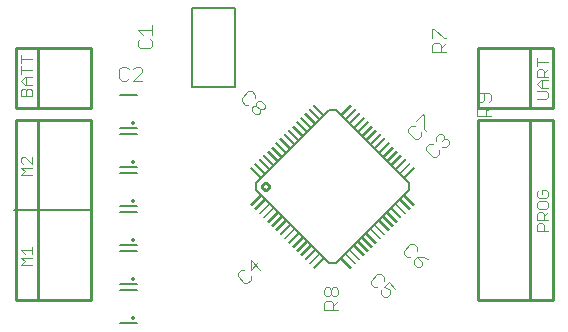
<source format=gto>
G75*
%MOIN*%
%OFA0B0*%
%FSLAX25Y25*%
%IPPOS*%
%LPD*%
%AMOC8*
5,1,8,0,0,1.08239X$1,22.5*
%
%ADD10C,0.00300*%
%ADD11C,0.00600*%
%ADD12C,0.01000*%
%ADD13C,0.00400*%
%ADD14C,0.00800*%
%ADD15C,0.01414*%
%ADD16R,0.04724X0.00787*%
%ADD17R,0.00787X0.04724*%
%ADD18C,0.00500*%
D10*
X0011447Y0023084D02*
X0012681Y0024318D01*
X0011447Y0025552D01*
X0015150Y0025552D01*
X0015150Y0026767D02*
X0015150Y0029236D01*
X0015150Y0028001D02*
X0011447Y0028001D01*
X0012681Y0026767D01*
X0011447Y0023084D02*
X0015150Y0023084D01*
X0015150Y0053084D02*
X0011447Y0053084D01*
X0012681Y0054318D01*
X0011447Y0055552D01*
X0015150Y0055552D01*
X0015150Y0056767D02*
X0012681Y0059236D01*
X0012064Y0059236D01*
X0011447Y0058618D01*
X0011447Y0057384D01*
X0012064Y0056767D01*
X0015150Y0056767D02*
X0015150Y0059236D01*
X0183447Y0047351D02*
X0183447Y0046117D01*
X0184064Y0045499D01*
X0186533Y0045499D01*
X0187150Y0046117D01*
X0187150Y0047351D01*
X0186533Y0047968D01*
X0185298Y0047968D01*
X0185298Y0046734D01*
X0184064Y0047968D02*
X0183447Y0047351D01*
X0184064Y0044285D02*
X0183447Y0043668D01*
X0183447Y0042433D01*
X0184064Y0041816D01*
X0186533Y0041816D01*
X0187150Y0042433D01*
X0187150Y0043668D01*
X0186533Y0044285D01*
X0184064Y0044285D01*
X0184064Y0040602D02*
X0185298Y0040602D01*
X0185916Y0039985D01*
X0185916Y0038133D01*
X0187150Y0038133D02*
X0183447Y0038133D01*
X0183447Y0039985D01*
X0184064Y0040602D01*
X0185916Y0039368D02*
X0187150Y0040602D01*
X0185298Y0036919D02*
X0184064Y0036919D01*
X0183447Y0036302D01*
X0183447Y0034450D01*
X0187150Y0034450D01*
X0185916Y0034450D02*
X0185916Y0036302D01*
X0185298Y0036919D01*
X0186533Y0078450D02*
X0183447Y0078450D01*
X0183447Y0080919D02*
X0186533Y0080919D01*
X0187150Y0080302D01*
X0187150Y0079067D01*
X0186533Y0078450D01*
X0187150Y0082133D02*
X0184681Y0082133D01*
X0183447Y0083368D01*
X0184681Y0084602D01*
X0187150Y0084602D01*
X0187150Y0085816D02*
X0183447Y0085816D01*
X0183447Y0087668D01*
X0184064Y0088285D01*
X0185298Y0088285D01*
X0185916Y0087668D01*
X0185916Y0085816D01*
X0185916Y0087051D02*
X0187150Y0088285D01*
X0187150Y0090734D02*
X0183447Y0090734D01*
X0183447Y0091968D02*
X0183447Y0089499D01*
X0185298Y0084602D02*
X0185298Y0082133D01*
D11*
X0035300Y0041300D02*
X0009300Y0041300D01*
D12*
X0009800Y0011300D02*
X0017300Y0011300D01*
X0017300Y0071300D01*
X0034800Y0071300D01*
X0034800Y0011300D01*
X0017300Y0011300D01*
X0009800Y0011300D02*
X0009800Y0071300D01*
X0017300Y0071300D01*
X0017300Y0075300D02*
X0017300Y0095300D01*
X0034800Y0095300D01*
X0034800Y0075300D01*
X0017300Y0075300D01*
X0009800Y0075300D01*
X0009800Y0095300D01*
X0017300Y0095300D01*
X0091916Y0049300D02*
X0091918Y0049367D01*
X0091924Y0049433D01*
X0091934Y0049499D01*
X0091948Y0049564D01*
X0091965Y0049628D01*
X0091987Y0049691D01*
X0092012Y0049753D01*
X0092041Y0049813D01*
X0092074Y0049871D01*
X0092109Y0049927D01*
X0092149Y0049981D01*
X0092191Y0050032D01*
X0092236Y0050081D01*
X0092284Y0050127D01*
X0092335Y0050170D01*
X0092388Y0050210D01*
X0092444Y0050247D01*
X0092502Y0050280D01*
X0092561Y0050310D01*
X0092622Y0050336D01*
X0092685Y0050359D01*
X0092749Y0050377D01*
X0092814Y0050392D01*
X0092880Y0050403D01*
X0092946Y0050410D01*
X0093012Y0050413D01*
X0093079Y0050412D01*
X0093145Y0050407D01*
X0093211Y0050398D01*
X0093277Y0050385D01*
X0093341Y0050368D01*
X0093404Y0050348D01*
X0093466Y0050323D01*
X0093527Y0050295D01*
X0093586Y0050264D01*
X0093642Y0050229D01*
X0093697Y0050191D01*
X0093749Y0050149D01*
X0093798Y0050104D01*
X0093845Y0050057D01*
X0093889Y0050007D01*
X0093929Y0049954D01*
X0093967Y0049899D01*
X0094001Y0049842D01*
X0094032Y0049783D01*
X0094059Y0049722D01*
X0094082Y0049660D01*
X0094102Y0049596D01*
X0094118Y0049531D01*
X0094130Y0049466D01*
X0094138Y0049400D01*
X0094142Y0049333D01*
X0094142Y0049267D01*
X0094138Y0049200D01*
X0094130Y0049134D01*
X0094118Y0049069D01*
X0094102Y0049004D01*
X0094082Y0048940D01*
X0094059Y0048878D01*
X0094032Y0048817D01*
X0094001Y0048758D01*
X0093967Y0048701D01*
X0093929Y0048646D01*
X0093889Y0048593D01*
X0093845Y0048543D01*
X0093798Y0048496D01*
X0093749Y0048451D01*
X0093697Y0048409D01*
X0093642Y0048371D01*
X0093585Y0048336D01*
X0093527Y0048305D01*
X0093466Y0048277D01*
X0093404Y0048252D01*
X0093341Y0048232D01*
X0093277Y0048215D01*
X0093211Y0048202D01*
X0093145Y0048193D01*
X0093079Y0048188D01*
X0093012Y0048187D01*
X0092946Y0048190D01*
X0092880Y0048197D01*
X0092814Y0048208D01*
X0092749Y0048223D01*
X0092685Y0048241D01*
X0092622Y0048264D01*
X0092561Y0048290D01*
X0092502Y0048320D01*
X0092444Y0048353D01*
X0092388Y0048390D01*
X0092335Y0048430D01*
X0092284Y0048473D01*
X0092236Y0048519D01*
X0092191Y0048568D01*
X0092149Y0048619D01*
X0092109Y0048673D01*
X0092074Y0048729D01*
X0092041Y0048787D01*
X0092012Y0048847D01*
X0091987Y0048909D01*
X0091965Y0048972D01*
X0091948Y0049036D01*
X0091934Y0049101D01*
X0091924Y0049167D01*
X0091918Y0049233D01*
X0091916Y0049300D01*
X0163800Y0071300D02*
X0163800Y0011300D01*
X0181300Y0011300D01*
X0181300Y0071300D01*
X0188800Y0071300D01*
X0188800Y0011300D01*
X0181300Y0011300D01*
X0181300Y0071300D02*
X0163800Y0071300D01*
X0163800Y0075300D02*
X0163800Y0095300D01*
X0181300Y0095300D01*
X0181300Y0075300D01*
X0163800Y0075300D01*
X0181300Y0075300D02*
X0188800Y0075300D01*
X0188800Y0095300D01*
X0181300Y0095300D01*
D13*
X0167333Y0080465D02*
X0164263Y0080465D01*
X0163496Y0079698D01*
X0163496Y0078163D01*
X0164263Y0077396D01*
X0165031Y0077396D01*
X0165798Y0078163D01*
X0165798Y0080465D01*
X0167333Y0080465D02*
X0168100Y0079698D01*
X0168100Y0078163D01*
X0167333Y0077396D01*
X0168100Y0075861D02*
X0166565Y0074327D01*
X0166565Y0075094D02*
X0166565Y0072792D01*
X0168100Y0072792D02*
X0163496Y0072792D01*
X0163496Y0075094D01*
X0164263Y0075861D01*
X0165798Y0075861D01*
X0166565Y0075094D01*
X0152484Y0066179D02*
X0152484Y0065094D01*
X0153570Y0065094D01*
X0154112Y0064551D01*
X0154112Y0063466D01*
X0153027Y0062381D01*
X0151942Y0062381D01*
X0150857Y0061296D02*
X0150857Y0060211D01*
X0149772Y0059125D01*
X0148686Y0059125D01*
X0146516Y0061296D01*
X0146516Y0062381D01*
X0147601Y0063466D01*
X0148686Y0063466D01*
X0149772Y0064551D02*
X0149771Y0065636D01*
X0150857Y0066721D01*
X0151942Y0066721D01*
X0152484Y0066179D01*
X0152484Y0065094D02*
X0151942Y0064551D01*
X0146484Y0067838D02*
X0145942Y0068381D01*
X0145942Y0072721D01*
X0145399Y0073264D01*
X0143229Y0071094D01*
X0142686Y0069466D02*
X0141601Y0069466D01*
X0140516Y0068381D01*
X0140516Y0067296D01*
X0142686Y0065125D01*
X0143772Y0065125D01*
X0144857Y0066211D01*
X0144857Y0067296D01*
X0148496Y0094000D02*
X0148496Y0096302D01*
X0149263Y0097069D01*
X0150798Y0097069D01*
X0151565Y0096302D01*
X0151565Y0094000D01*
X0151565Y0095535D02*
X0153100Y0097069D01*
X0153100Y0098604D02*
X0152333Y0098604D01*
X0149263Y0101673D01*
X0148496Y0101673D01*
X0148496Y0098604D01*
X0148496Y0094000D02*
X0153100Y0094000D01*
X0092675Y0076577D02*
X0092675Y0075491D01*
X0092132Y0074949D01*
X0091047Y0074949D01*
X0089962Y0076034D01*
X0089962Y0077119D01*
X0090505Y0077662D01*
X0091590Y0077662D01*
X0092675Y0076577D01*
X0089962Y0076034D02*
X0088877Y0076034D01*
X0088334Y0075491D01*
X0088334Y0074406D01*
X0089420Y0073321D01*
X0090505Y0073321D01*
X0091047Y0073864D01*
X0091047Y0074949D01*
X0087249Y0076577D02*
X0086164Y0076577D01*
X0085079Y0077662D01*
X0085079Y0078747D01*
X0087249Y0080917D01*
X0088334Y0080917D01*
X0089420Y0079832D01*
X0089420Y0078747D01*
X0055100Y0096059D02*
X0054333Y0095292D01*
X0051263Y0095292D01*
X0050496Y0096059D01*
X0050496Y0097594D01*
X0051263Y0098361D01*
X0052031Y0099896D02*
X0050496Y0101431D01*
X0055100Y0101431D01*
X0055100Y0102965D02*
X0055100Y0099896D01*
X0054333Y0098361D02*
X0055100Y0097594D01*
X0055100Y0096059D01*
X0051198Y0089104D02*
X0049663Y0089104D01*
X0048896Y0088337D01*
X0047361Y0088337D02*
X0046594Y0089104D01*
X0045059Y0089104D01*
X0044292Y0088337D01*
X0044292Y0085267D01*
X0045059Y0084500D01*
X0046594Y0084500D01*
X0047361Y0085267D01*
X0048896Y0084500D02*
X0051965Y0087569D01*
X0051965Y0088337D01*
X0051198Y0089104D01*
X0051965Y0084500D02*
X0048896Y0084500D01*
X0015100Y0085585D02*
X0012698Y0085585D01*
X0011497Y0084384D01*
X0012698Y0083183D01*
X0015100Y0083183D01*
X0014499Y0081902D02*
X0015100Y0081302D01*
X0015100Y0079500D01*
X0011497Y0079500D01*
X0011497Y0081302D01*
X0012097Y0081902D01*
X0012698Y0081902D01*
X0013298Y0081302D01*
X0013298Y0079500D01*
X0013298Y0081302D02*
X0013899Y0081902D01*
X0014499Y0081902D01*
X0013298Y0083183D02*
X0013298Y0085585D01*
X0011497Y0086866D02*
X0011497Y0089268D01*
X0011497Y0088067D02*
X0015100Y0088067D01*
X0011497Y0090549D02*
X0011497Y0092951D01*
X0011497Y0091750D02*
X0015100Y0091750D01*
X0088023Y0024675D02*
X0088023Y0021420D01*
X0090194Y0023590D01*
X0091279Y0021420D02*
X0088023Y0024675D01*
X0085853Y0021420D02*
X0084768Y0021420D01*
X0083683Y0020334D01*
X0083683Y0019249D01*
X0085853Y0017079D01*
X0086938Y0017079D01*
X0088023Y0018164D01*
X0088023Y0019249D01*
X0112496Y0014906D02*
X0112496Y0013371D01*
X0113263Y0012604D01*
X0114031Y0012604D01*
X0114798Y0013371D01*
X0114798Y0014906D01*
X0115565Y0015673D01*
X0116333Y0015673D01*
X0117100Y0014906D01*
X0117100Y0013371D01*
X0116333Y0012604D01*
X0115565Y0012604D01*
X0114798Y0013371D01*
X0114798Y0014906D02*
X0114031Y0015673D01*
X0113263Y0015673D01*
X0112496Y0014906D01*
X0113263Y0011069D02*
X0112496Y0010302D01*
X0112496Y0008000D01*
X0117100Y0008000D01*
X0115565Y0008000D02*
X0115565Y0010302D01*
X0114798Y0011069D01*
X0113263Y0011069D01*
X0115565Y0009535D02*
X0117100Y0011069D01*
X0128125Y0016828D02*
X0129211Y0015743D01*
X0130296Y0015743D01*
X0131381Y0014658D02*
X0131381Y0013573D01*
X0132466Y0012488D01*
X0133551Y0012488D01*
X0134636Y0013573D01*
X0134636Y0014658D01*
X0134094Y0015201D01*
X0132466Y0015743D01*
X0134094Y0017371D01*
X0136264Y0015201D01*
X0132466Y0017914D02*
X0132466Y0018999D01*
X0131381Y0020084D01*
X0130296Y0020084D01*
X0128125Y0017914D01*
X0128125Y0016828D01*
X0142381Y0023573D02*
X0142381Y0024658D01*
X0143466Y0025743D01*
X0145094Y0024116D01*
X0145094Y0023030D01*
X0144551Y0022488D01*
X0143466Y0022488D01*
X0142381Y0023573D01*
X0143466Y0025743D02*
X0145636Y0025743D01*
X0147264Y0025201D01*
X0143466Y0027914D02*
X0143466Y0028999D01*
X0142381Y0030084D01*
X0141296Y0030084D01*
X0139125Y0027914D01*
X0139125Y0026828D01*
X0140211Y0025743D01*
X0141296Y0025743D01*
D14*
X0140912Y0048186D02*
X0116414Y0023688D01*
X0114186Y0023688D01*
X0089688Y0048186D01*
X0089688Y0050414D01*
X0114186Y0074912D01*
X0116414Y0074912D01*
X0140912Y0050414D01*
X0140912Y0048186D01*
X0050253Y0042788D02*
X0044347Y0042788D01*
X0044347Y0040812D02*
X0050253Y0040812D01*
X0050253Y0029788D02*
X0044347Y0029788D01*
X0044347Y0027812D02*
X0050253Y0027812D01*
X0050253Y0016788D02*
X0044347Y0016788D01*
X0044347Y0014812D02*
X0050253Y0014812D01*
X0050253Y0003788D02*
X0044347Y0003788D01*
X0044347Y0053812D02*
X0050253Y0053812D01*
X0050253Y0055788D02*
X0044347Y0055788D01*
X0044347Y0066812D02*
X0050253Y0066812D01*
X0050253Y0068788D02*
X0044347Y0068788D01*
X0044347Y0079812D02*
X0050253Y0079812D01*
D15*
X0048800Y0070300D03*
X0048800Y0057300D03*
X0048800Y0044300D03*
X0048800Y0031300D03*
X0048800Y0018300D03*
X0048800Y0005300D03*
D16*
G36*
X0101519Y0036355D02*
X0098179Y0033015D01*
X0097623Y0033571D01*
X0100963Y0036911D01*
X0101519Y0036355D01*
G37*
G36*
X0102911Y0034963D02*
X0099571Y0031623D01*
X0099015Y0032179D01*
X0102355Y0035519D01*
X0102911Y0034963D01*
G37*
G36*
X0104303Y0033571D02*
X0100963Y0030231D01*
X0100407Y0030787D01*
X0103747Y0034127D01*
X0104303Y0033571D01*
G37*
G36*
X0105695Y0032179D02*
X0102355Y0028839D01*
X0101799Y0029395D01*
X0105139Y0032735D01*
X0105695Y0032179D01*
G37*
G36*
X0107087Y0030787D02*
X0103747Y0027447D01*
X0103191Y0028003D01*
X0106531Y0031343D01*
X0107087Y0030787D01*
G37*
G36*
X0108479Y0029395D02*
X0105139Y0026055D01*
X0104583Y0026611D01*
X0107923Y0029951D01*
X0108479Y0029395D01*
G37*
G36*
X0109871Y0028003D02*
X0106531Y0024663D01*
X0105975Y0025219D01*
X0109315Y0028559D01*
X0109871Y0028003D01*
G37*
G36*
X0111263Y0026611D02*
X0107923Y0023271D01*
X0107367Y0023827D01*
X0110707Y0027167D01*
X0111263Y0026611D01*
G37*
G36*
X0112655Y0025219D02*
X0109315Y0021879D01*
X0108759Y0022435D01*
X0112099Y0025775D01*
X0112655Y0025219D01*
G37*
G36*
X0100127Y0037747D02*
X0096787Y0034407D01*
X0096231Y0034963D01*
X0099571Y0038303D01*
X0100127Y0037747D01*
G37*
G36*
X0098735Y0039139D02*
X0095395Y0035799D01*
X0094839Y0036355D01*
X0098179Y0039695D01*
X0098735Y0039139D01*
G37*
G36*
X0097343Y0040531D02*
X0094003Y0037191D01*
X0093447Y0037747D01*
X0096787Y0041087D01*
X0097343Y0040531D01*
G37*
G36*
X0095951Y0041923D02*
X0092611Y0038583D01*
X0092055Y0039139D01*
X0095395Y0042479D01*
X0095951Y0041923D01*
G37*
G36*
X0094559Y0043315D02*
X0091219Y0039975D01*
X0090663Y0040531D01*
X0094003Y0043871D01*
X0094559Y0043315D01*
G37*
G36*
X0093167Y0044707D02*
X0089827Y0041367D01*
X0089271Y0041923D01*
X0092611Y0045263D01*
X0093167Y0044707D01*
G37*
G36*
X0091775Y0046099D02*
X0088435Y0042759D01*
X0087879Y0043315D01*
X0091219Y0046655D01*
X0091775Y0046099D01*
G37*
G36*
X0130193Y0067813D02*
X0126853Y0064473D01*
X0126297Y0065029D01*
X0129637Y0068369D01*
X0130193Y0067813D01*
G37*
G36*
X0128801Y0069205D02*
X0125461Y0065865D01*
X0124905Y0066421D01*
X0128245Y0069761D01*
X0128801Y0069205D01*
G37*
G36*
X0127409Y0070597D02*
X0124069Y0067257D01*
X0123513Y0067813D01*
X0126853Y0071153D01*
X0127409Y0070597D01*
G37*
G36*
X0126017Y0071989D02*
X0122677Y0068649D01*
X0122121Y0069205D01*
X0125461Y0072545D01*
X0126017Y0071989D01*
G37*
G36*
X0124625Y0073381D02*
X0121285Y0070041D01*
X0120729Y0070597D01*
X0124069Y0073937D01*
X0124625Y0073381D01*
G37*
G36*
X0123233Y0074773D02*
X0119893Y0071433D01*
X0119337Y0071989D01*
X0122677Y0075329D01*
X0123233Y0074773D01*
G37*
G36*
X0121841Y0076165D02*
X0118501Y0072825D01*
X0117945Y0073381D01*
X0121285Y0076721D01*
X0121841Y0076165D01*
G37*
G36*
X0131585Y0066421D02*
X0128245Y0063081D01*
X0127689Y0063637D01*
X0131029Y0066977D01*
X0131585Y0066421D01*
G37*
G36*
X0132977Y0065029D02*
X0129637Y0061689D01*
X0129081Y0062245D01*
X0132421Y0065585D01*
X0132977Y0065029D01*
G37*
G36*
X0134369Y0063637D02*
X0131029Y0060297D01*
X0130473Y0060853D01*
X0133813Y0064193D01*
X0134369Y0063637D01*
G37*
G36*
X0135761Y0062245D02*
X0132421Y0058905D01*
X0131865Y0059461D01*
X0135205Y0062801D01*
X0135761Y0062245D01*
G37*
G36*
X0137153Y0060853D02*
X0133813Y0057513D01*
X0133257Y0058069D01*
X0136597Y0061409D01*
X0137153Y0060853D01*
G37*
G36*
X0138545Y0059461D02*
X0135205Y0056121D01*
X0134649Y0056677D01*
X0137989Y0060017D01*
X0138545Y0059461D01*
G37*
G36*
X0139937Y0058069D02*
X0136597Y0054729D01*
X0136041Y0055285D01*
X0139381Y0058625D01*
X0139937Y0058069D01*
G37*
G36*
X0141329Y0056677D02*
X0137989Y0053337D01*
X0137433Y0053893D01*
X0140773Y0057233D01*
X0141329Y0056677D01*
G37*
G36*
X0142721Y0055285D02*
X0139381Y0051945D01*
X0138825Y0052501D01*
X0142165Y0055841D01*
X0142721Y0055285D01*
G37*
D17*
G36*
X0142721Y0043315D02*
X0142165Y0042759D01*
X0138825Y0046099D01*
X0139381Y0046655D01*
X0142721Y0043315D01*
G37*
G36*
X0141329Y0041923D02*
X0140773Y0041367D01*
X0137433Y0044707D01*
X0137989Y0045263D01*
X0141329Y0041923D01*
G37*
G36*
X0139937Y0040531D02*
X0139381Y0039975D01*
X0136041Y0043315D01*
X0136597Y0043871D01*
X0139937Y0040531D01*
G37*
G36*
X0138545Y0039139D02*
X0137989Y0038583D01*
X0134649Y0041923D01*
X0135205Y0042479D01*
X0138545Y0039139D01*
G37*
G36*
X0137153Y0037747D02*
X0136597Y0037191D01*
X0133257Y0040531D01*
X0133813Y0041087D01*
X0137153Y0037747D01*
G37*
G36*
X0135761Y0036355D02*
X0135205Y0035799D01*
X0131865Y0039139D01*
X0132421Y0039695D01*
X0135761Y0036355D01*
G37*
G36*
X0134369Y0034963D02*
X0133813Y0034407D01*
X0130473Y0037747D01*
X0131029Y0038303D01*
X0134369Y0034963D01*
G37*
G36*
X0132977Y0033571D02*
X0132421Y0033015D01*
X0129081Y0036355D01*
X0129637Y0036911D01*
X0132977Y0033571D01*
G37*
G36*
X0131585Y0032179D02*
X0131029Y0031623D01*
X0127689Y0034963D01*
X0128245Y0035519D01*
X0131585Y0032179D01*
G37*
G36*
X0130193Y0030787D02*
X0129637Y0030231D01*
X0126297Y0033571D01*
X0126853Y0034127D01*
X0130193Y0030787D01*
G37*
G36*
X0128801Y0029395D02*
X0128245Y0028839D01*
X0124905Y0032179D01*
X0125461Y0032735D01*
X0128801Y0029395D01*
G37*
G36*
X0127409Y0028003D02*
X0126853Y0027447D01*
X0123513Y0030787D01*
X0124069Y0031343D01*
X0127409Y0028003D01*
G37*
G36*
X0126017Y0026611D02*
X0125461Y0026055D01*
X0122121Y0029395D01*
X0122677Y0029951D01*
X0126017Y0026611D01*
G37*
G36*
X0124625Y0025219D02*
X0124069Y0024663D01*
X0120729Y0028003D01*
X0121285Y0028559D01*
X0124625Y0025219D01*
G37*
G36*
X0123233Y0023827D02*
X0122677Y0023271D01*
X0119337Y0026611D01*
X0119893Y0027167D01*
X0123233Y0023827D01*
G37*
G36*
X0121841Y0022435D02*
X0121285Y0021879D01*
X0117945Y0025219D01*
X0118501Y0025775D01*
X0121841Y0022435D01*
G37*
G36*
X0091775Y0052501D02*
X0091219Y0051945D01*
X0087879Y0055285D01*
X0088435Y0055841D01*
X0091775Y0052501D01*
G37*
G36*
X0093167Y0053893D02*
X0092611Y0053337D01*
X0089271Y0056677D01*
X0089827Y0057233D01*
X0093167Y0053893D01*
G37*
G36*
X0094559Y0055285D02*
X0094003Y0054729D01*
X0090663Y0058069D01*
X0091219Y0058625D01*
X0094559Y0055285D01*
G37*
G36*
X0095951Y0056677D02*
X0095395Y0056121D01*
X0092055Y0059461D01*
X0092611Y0060017D01*
X0095951Y0056677D01*
G37*
G36*
X0097343Y0058069D02*
X0096787Y0057513D01*
X0093447Y0060853D01*
X0094003Y0061409D01*
X0097343Y0058069D01*
G37*
G36*
X0098735Y0059461D02*
X0098179Y0058905D01*
X0094839Y0062245D01*
X0095395Y0062801D01*
X0098735Y0059461D01*
G37*
G36*
X0100127Y0060853D02*
X0099571Y0060297D01*
X0096231Y0063637D01*
X0096787Y0064193D01*
X0100127Y0060853D01*
G37*
G36*
X0101519Y0062245D02*
X0100963Y0061689D01*
X0097623Y0065029D01*
X0098179Y0065585D01*
X0101519Y0062245D01*
G37*
G36*
X0102911Y0063637D02*
X0102355Y0063081D01*
X0099015Y0066421D01*
X0099571Y0066977D01*
X0102911Y0063637D01*
G37*
G36*
X0104303Y0065029D02*
X0103747Y0064473D01*
X0100407Y0067813D01*
X0100963Y0068369D01*
X0104303Y0065029D01*
G37*
G36*
X0105695Y0066421D02*
X0105139Y0065865D01*
X0101799Y0069205D01*
X0102355Y0069761D01*
X0105695Y0066421D01*
G37*
G36*
X0107087Y0067813D02*
X0106531Y0067257D01*
X0103191Y0070597D01*
X0103747Y0071153D01*
X0107087Y0067813D01*
G37*
G36*
X0108479Y0069205D02*
X0107923Y0068649D01*
X0104583Y0071989D01*
X0105139Y0072545D01*
X0108479Y0069205D01*
G37*
G36*
X0109871Y0070597D02*
X0109315Y0070041D01*
X0105975Y0073381D01*
X0106531Y0073937D01*
X0109871Y0070597D01*
G37*
G36*
X0111263Y0071989D02*
X0110707Y0071433D01*
X0107367Y0074773D01*
X0107923Y0075329D01*
X0111263Y0071989D01*
G37*
G36*
X0112655Y0073381D02*
X0112099Y0072825D01*
X0108759Y0076165D01*
X0109315Y0076721D01*
X0112655Y0073381D01*
G37*
D18*
X0082804Y0082253D02*
X0082804Y0108631D01*
X0068631Y0108631D01*
X0068631Y0082253D01*
X0082804Y0082253D01*
M02*

</source>
